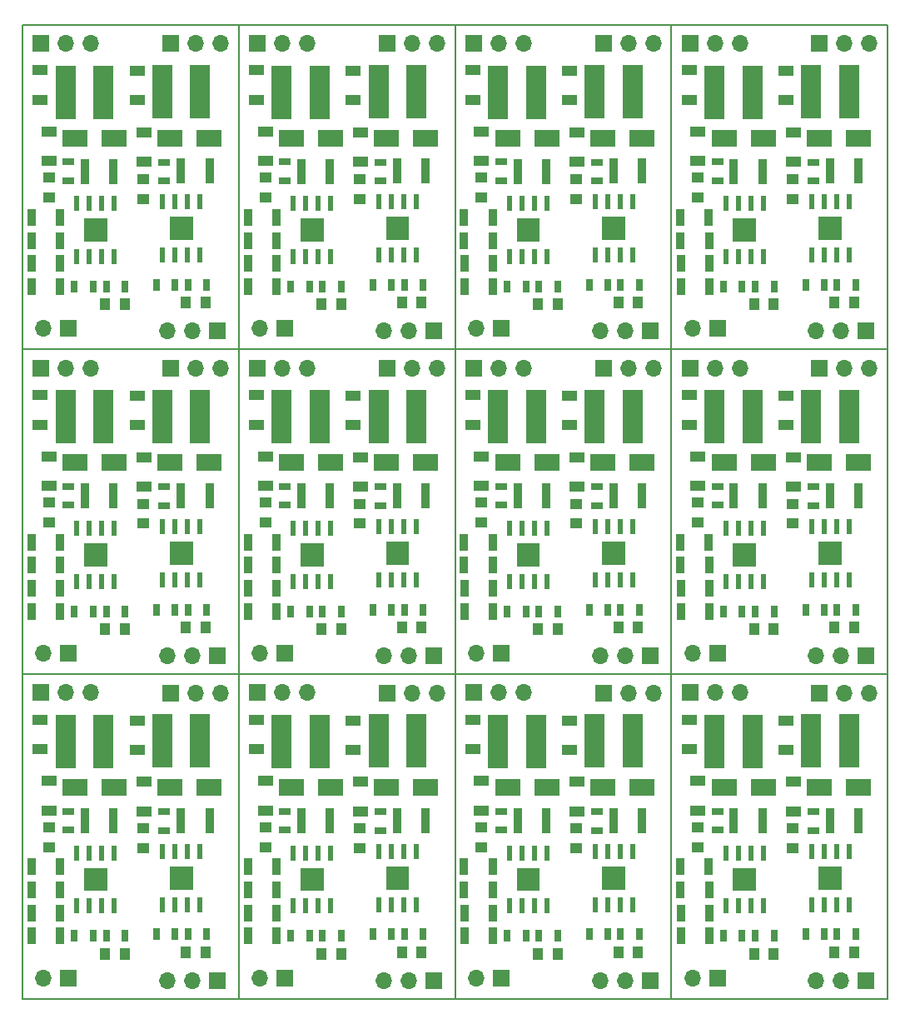
<source format=gts>
G04 #@! TF.FileFunction,Soldermask,Top*
%FSLAX46Y46*%
G04 Gerber Fmt 4.6, Leading zero omitted, Abs format (unit mm)*
G04 Created by KiCad (PCBNEW 4.0.2-stable) date 11/12/2017 10:54:44 AM*
%MOMM*%
G01*
G04 APERTURE LIST*
%ADD10C,0.100000*%
%ADD11C,0.150000*%
%ADD12R,0.900000X1.700000*%
%ADD13R,1.700000X1.700000*%
%ADD14O,1.700000X1.700000*%
%ADD15R,0.700000X1.300000*%
%ADD16R,1.000000X1.250000*%
%ADD17R,1.600000X1.000000*%
%ADD18R,1.250000X1.000000*%
%ADD19R,1.300000X0.700000*%
%ADD20R,2.500000X1.800000*%
%ADD21R,0.900000X2.500000*%
%ADD22R,0.600000X1.550000*%
%ADD23R,1.175000X1.175000*%
%ADD24R,2.150000X5.500000*%
G04 APERTURE END LIST*
D10*
D11*
X102000000Y-111000000D02*
X102000000Y-144000000D01*
X124000000Y-111000000D02*
X124000000Y-144000000D01*
X124000000Y-144000000D02*
X124000000Y-111000000D01*
X124000000Y-144000000D02*
X102000000Y-144000000D01*
X102000000Y-144000000D02*
X80000000Y-144000000D01*
X80000000Y-144000000D02*
X80000000Y-111000000D01*
X102000000Y-144000000D02*
X102000000Y-111000000D01*
X102000000Y-111000000D02*
X124000000Y-111000000D01*
X124000000Y-111000000D02*
X102000000Y-111000000D01*
X80000000Y-111000000D02*
X102000000Y-111000000D01*
X102000000Y-111000000D02*
X80000000Y-111000000D01*
X146000000Y-144000000D02*
X146000000Y-111000000D01*
X146000000Y-144000000D02*
X124000000Y-144000000D01*
X146000000Y-111000000D02*
X146000000Y-144000000D01*
X168000000Y-144000000D02*
X146000000Y-144000000D01*
X168000000Y-111000000D02*
X168000000Y-144000000D01*
X168000000Y-111000000D02*
X146000000Y-111000000D01*
X124000000Y-111000000D02*
X146000000Y-111000000D01*
X146000000Y-111000000D02*
X168000000Y-111000000D01*
X146000000Y-111000000D02*
X124000000Y-111000000D01*
X146000000Y-78000000D02*
X146000000Y-111000000D01*
X168000000Y-111000000D02*
X146000000Y-111000000D01*
X168000000Y-78000000D02*
X168000000Y-111000000D01*
X146000000Y-78000000D02*
X168000000Y-78000000D01*
X124000000Y-111000000D02*
X102000000Y-111000000D01*
X102000000Y-111000000D02*
X80000000Y-111000000D01*
X80000000Y-111000000D02*
X80000000Y-78000000D01*
X80000000Y-78000000D02*
X102000000Y-78000000D01*
X102000000Y-78000000D02*
X102000000Y-111000000D01*
X102000000Y-78000000D02*
X124000000Y-78000000D01*
X102000000Y-111000000D02*
X102000000Y-78000000D01*
X124000000Y-78000000D02*
X146000000Y-78000000D01*
X124000000Y-111000000D02*
X124000000Y-78000000D01*
X146000000Y-111000000D02*
X146000000Y-78000000D01*
X146000000Y-111000000D02*
X124000000Y-111000000D01*
X124000000Y-78000000D02*
X124000000Y-111000000D01*
X146000000Y-78000000D02*
X146000000Y-45000000D01*
X124000000Y-78000000D02*
X124000000Y-45000000D01*
X124000000Y-45000000D02*
X146000000Y-45000000D01*
X146000000Y-45000000D02*
X146000000Y-78000000D01*
X168000000Y-78000000D02*
X146000000Y-78000000D01*
X168000000Y-45000000D02*
X168000000Y-78000000D01*
X146000000Y-45000000D02*
X168000000Y-45000000D01*
X146000000Y-78000000D02*
X124000000Y-78000000D01*
X124000000Y-78000000D02*
X102000000Y-78000000D01*
X102000000Y-78000000D02*
X102000000Y-45000000D01*
X102000000Y-45000000D02*
X124000000Y-45000000D01*
X124000000Y-45000000D02*
X124000000Y-78000000D01*
X80000000Y-78000000D02*
X80000000Y-45000000D01*
X102000000Y-78000000D02*
X80000000Y-78000000D01*
X102000000Y-45000000D02*
X102000000Y-78000000D01*
X80000000Y-45000000D02*
X102000000Y-45000000D01*
D12*
X124937600Y-135293400D03*
X127837600Y-135293400D03*
X127837600Y-137604800D03*
X124937600Y-137604800D03*
D13*
X128673600Y-141857200D03*
D14*
X126133600Y-141857200D03*
D15*
X131188200Y-137604800D03*
X129288200Y-137604800D03*
D16*
X132414000Y-139444200D03*
X134414000Y-139444200D03*
D15*
X132524200Y-137604800D03*
X134424200Y-137604800D03*
D17*
X126692400Y-121856800D03*
X126692400Y-124856800D03*
D18*
X126692400Y-128571800D03*
X126692400Y-126571800D03*
D19*
X128699000Y-126835200D03*
X128699000Y-124935200D03*
D20*
X129340600Y-122517200D03*
X133340600Y-122517200D03*
D18*
X136293600Y-128698800D03*
X136293600Y-126698800D03*
D17*
X136369800Y-121955600D03*
X136369800Y-124955600D03*
D21*
X133247800Y-125909800D03*
X130347800Y-125909800D03*
D12*
X127814400Y-132931200D03*
X124914400Y-132931200D03*
D22*
X129533900Y-134567700D03*
X130803900Y-134567700D03*
X132073900Y-134567700D03*
X133343900Y-134567700D03*
X133343900Y-129167700D03*
X132073900Y-129167700D03*
X130803900Y-129167700D03*
X129533900Y-129167700D03*
D23*
X132026400Y-131280200D03*
X130851400Y-131280200D03*
X132026400Y-132455200D03*
X130851400Y-132455200D03*
D12*
X124912200Y-130594400D03*
X127812200Y-130594400D03*
D22*
X138246100Y-134408700D03*
X139516100Y-134408700D03*
X140786100Y-134408700D03*
X142056100Y-134408700D03*
X142056100Y-129008700D03*
X140786100Y-129008700D03*
X139516100Y-129008700D03*
X138246100Y-129008700D03*
D23*
X140738600Y-131121200D03*
X139563600Y-131121200D03*
X140738600Y-132296200D03*
X139563600Y-132296200D03*
D17*
X125803400Y-118648200D03*
X125803400Y-115648200D03*
D24*
X128374200Y-117858000D03*
X132224200Y-117858000D03*
D13*
X125879600Y-112879600D03*
D14*
X128419600Y-112879600D03*
X130959600Y-112879600D03*
D17*
X135658600Y-118697600D03*
X135658600Y-115697600D03*
D13*
X139062200Y-112905000D03*
D14*
X141602200Y-112905000D03*
X144142200Y-112905000D03*
D24*
X138204000Y-117807200D03*
X142054000Y-117807200D03*
X160204000Y-117807200D03*
X164054000Y-117807200D03*
D13*
X161062200Y-112905000D03*
D14*
X163602200Y-112905000D03*
X166142200Y-112905000D03*
D20*
X160992600Y-122517200D03*
X164992600Y-122517200D03*
D16*
X154414000Y-139444200D03*
X156414000Y-139444200D03*
X162592800Y-139266400D03*
X164592800Y-139266400D03*
D15*
X162830000Y-137437600D03*
X164730000Y-137437600D03*
D13*
X165812000Y-142111200D03*
D14*
X163272000Y-142111200D03*
X160732000Y-142111200D03*
D15*
X161539800Y-137437600D03*
X159639800Y-137437600D03*
X154524200Y-137604800D03*
X156424200Y-137604800D03*
D17*
X158369800Y-121955600D03*
X158369800Y-124955600D03*
D20*
X151340600Y-122517200D03*
X155340600Y-122517200D03*
D24*
X150374200Y-117858000D03*
X154224200Y-117858000D03*
D17*
X157658600Y-118697600D03*
X157658600Y-115697600D03*
X147803400Y-118648200D03*
X147803400Y-115648200D03*
D19*
X160427200Y-126886000D03*
X160427200Y-124986000D03*
D22*
X160246100Y-134408700D03*
X161516100Y-134408700D03*
X162786100Y-134408700D03*
X164056100Y-134408700D03*
X164056100Y-129008700D03*
X162786100Y-129008700D03*
X161516100Y-129008700D03*
X160246100Y-129008700D03*
D23*
X162738600Y-131121200D03*
X161563600Y-131121200D03*
X162738600Y-132296200D03*
X161563600Y-132296200D03*
D18*
X158293600Y-128698800D03*
X158293600Y-126698800D03*
D22*
X151533900Y-134567700D03*
X152803900Y-134567700D03*
X154073900Y-134567700D03*
X155343900Y-134567700D03*
X155343900Y-129167700D03*
X154073900Y-129167700D03*
X152803900Y-129167700D03*
X151533900Y-129167700D03*
D23*
X154026400Y-131280200D03*
X152851400Y-131280200D03*
X154026400Y-132455200D03*
X152851400Y-132455200D03*
D21*
X165026800Y-125884400D03*
X162126800Y-125884400D03*
D13*
X147879600Y-112879600D03*
D14*
X150419600Y-112879600D03*
X152959600Y-112879600D03*
D12*
X149814400Y-132931200D03*
X146914400Y-132931200D03*
X146912200Y-130594400D03*
X149812200Y-130594400D03*
D17*
X148692400Y-121856800D03*
X148692400Y-124856800D03*
D21*
X155247800Y-125909800D03*
X152347800Y-125909800D03*
D19*
X150699000Y-126835200D03*
X150699000Y-124935200D03*
D18*
X148692400Y-128571800D03*
X148692400Y-126571800D03*
D16*
X140592800Y-139266400D03*
X142592800Y-139266400D03*
D15*
X140830000Y-137437600D03*
X142730000Y-137437600D03*
D13*
X143812000Y-142111200D03*
D14*
X141272000Y-142111200D03*
X138732000Y-142111200D03*
D15*
X139539800Y-137437600D03*
X137639800Y-137437600D03*
D19*
X138427200Y-126886000D03*
X138427200Y-124986000D03*
D21*
X143026800Y-125884400D03*
X140126800Y-125884400D03*
D20*
X138992600Y-122517200D03*
X142992600Y-122517200D03*
D12*
X146937600Y-135293400D03*
X149837600Y-135293400D03*
D15*
X153188200Y-137604800D03*
X151288200Y-137604800D03*
D12*
X149837600Y-137604800D03*
X146937600Y-137604800D03*
D13*
X150673600Y-141857200D03*
D14*
X148133600Y-141857200D03*
D15*
X88524200Y-137604800D03*
X90424200Y-137604800D03*
D16*
X88414000Y-139444200D03*
X90414000Y-139444200D03*
D15*
X87188200Y-137604800D03*
X85288200Y-137604800D03*
D12*
X105814400Y-132931200D03*
X102914400Y-132931200D03*
X102912200Y-130594400D03*
X105812200Y-130594400D03*
X105837600Y-137604800D03*
X102937600Y-137604800D03*
X102937600Y-135293400D03*
X105837600Y-135293400D03*
D13*
X106673600Y-141857200D03*
D14*
X104133600Y-141857200D03*
D13*
X99812000Y-142111200D03*
D14*
X97272000Y-142111200D03*
X94732000Y-142111200D03*
D15*
X96830000Y-137437600D03*
X98730000Y-137437600D03*
D16*
X96592800Y-139266400D03*
X98592800Y-139266400D03*
D15*
X95539800Y-137437600D03*
X93639800Y-137437600D03*
D22*
X94246100Y-134408700D03*
X95516100Y-134408700D03*
X96786100Y-134408700D03*
X98056100Y-134408700D03*
X98056100Y-129008700D03*
X96786100Y-129008700D03*
X95516100Y-129008700D03*
X94246100Y-129008700D03*
D23*
X96738600Y-131121200D03*
X95563600Y-131121200D03*
X96738600Y-132296200D03*
X95563600Y-132296200D03*
D13*
X84673600Y-141857200D03*
D14*
X82133600Y-141857200D03*
D12*
X83814400Y-132931200D03*
X80914400Y-132931200D03*
X83837600Y-137604800D03*
X80937600Y-137604800D03*
X80937600Y-135293400D03*
X83837600Y-135293400D03*
D20*
X107340600Y-122517200D03*
X111340600Y-122517200D03*
D24*
X106374200Y-117858000D03*
X110224200Y-117858000D03*
D17*
X114369800Y-121955600D03*
X114369800Y-124955600D03*
D21*
X121026800Y-125884400D03*
X118126800Y-125884400D03*
D19*
X116427200Y-126886000D03*
X116427200Y-124986000D03*
D13*
X117062200Y-112905000D03*
D14*
X119602200Y-112905000D03*
X122142200Y-112905000D03*
D24*
X116204000Y-117807200D03*
X120054000Y-117807200D03*
D20*
X116992600Y-122517200D03*
X120992600Y-122517200D03*
D17*
X113658600Y-118697600D03*
X113658600Y-115697600D03*
D15*
X109188200Y-137604800D03*
X107288200Y-137604800D03*
D16*
X110414000Y-139444200D03*
X112414000Y-139444200D03*
D15*
X110524200Y-137604800D03*
X112424200Y-137604800D03*
X118830000Y-137437600D03*
X120730000Y-137437600D03*
X117539800Y-137437600D03*
X115639800Y-137437600D03*
D16*
X118592800Y-139266400D03*
X120592800Y-139266400D03*
D13*
X121812000Y-142111200D03*
D14*
X119272000Y-142111200D03*
X116732000Y-142111200D03*
D18*
X114293600Y-128698800D03*
X114293600Y-126698800D03*
D22*
X107533900Y-134567700D03*
X108803900Y-134567700D03*
X110073900Y-134567700D03*
X111343900Y-134567700D03*
X111343900Y-129167700D03*
X110073900Y-129167700D03*
X108803900Y-129167700D03*
X107533900Y-129167700D03*
D23*
X110026400Y-131280200D03*
X108851400Y-131280200D03*
X110026400Y-132455200D03*
X108851400Y-132455200D03*
D21*
X111247800Y-125909800D03*
X108347800Y-125909800D03*
D22*
X116246100Y-134408700D03*
X117516100Y-134408700D03*
X118786100Y-134408700D03*
X120056100Y-134408700D03*
X120056100Y-129008700D03*
X118786100Y-129008700D03*
X117516100Y-129008700D03*
X116246100Y-129008700D03*
D23*
X118738600Y-131121200D03*
X117563600Y-131121200D03*
X118738600Y-132296200D03*
X117563600Y-132296200D03*
D13*
X103879600Y-112879600D03*
D14*
X106419600Y-112879600D03*
X108959600Y-112879600D03*
D17*
X91658600Y-118697600D03*
X91658600Y-115697600D03*
X92369800Y-121955600D03*
X92369800Y-124955600D03*
D13*
X95062200Y-112905000D03*
D14*
X97602200Y-112905000D03*
X100142200Y-112905000D03*
D20*
X94992600Y-122517200D03*
X98992600Y-122517200D03*
D21*
X99026800Y-125884400D03*
X96126800Y-125884400D03*
D19*
X94427200Y-126886000D03*
X94427200Y-124986000D03*
D18*
X92293600Y-128698800D03*
X92293600Y-126698800D03*
D24*
X94204000Y-117807200D03*
X98054000Y-117807200D03*
D20*
X85340600Y-122517200D03*
X89340600Y-122517200D03*
D24*
X84374200Y-117858000D03*
X88224200Y-117858000D03*
D21*
X89247800Y-125909800D03*
X86347800Y-125909800D03*
D19*
X84699000Y-126835200D03*
X84699000Y-124935200D03*
D17*
X82692400Y-121856800D03*
X82692400Y-124856800D03*
D13*
X81879600Y-112879600D03*
D14*
X84419600Y-112879600D03*
X86959600Y-112879600D03*
D17*
X81803400Y-118648200D03*
X81803400Y-115648200D03*
D18*
X82692400Y-128571800D03*
X82692400Y-126571800D03*
D12*
X80912200Y-130594400D03*
X83812200Y-130594400D03*
D22*
X85533900Y-134567700D03*
X86803900Y-134567700D03*
X88073900Y-134567700D03*
X89343900Y-134567700D03*
X89343900Y-129167700D03*
X88073900Y-129167700D03*
X86803900Y-129167700D03*
X85533900Y-129167700D03*
D23*
X88026400Y-131280200D03*
X86851400Y-131280200D03*
X88026400Y-132455200D03*
X86851400Y-132455200D03*
D18*
X104692400Y-128571800D03*
X104692400Y-126571800D03*
D19*
X106699000Y-126835200D03*
X106699000Y-124935200D03*
D17*
X104692400Y-121856800D03*
X104692400Y-124856800D03*
X103803400Y-118648200D03*
X103803400Y-115648200D03*
D15*
X139539800Y-104437600D03*
X137639800Y-104437600D03*
D13*
X143812000Y-109111200D03*
D14*
X141272000Y-109111200D03*
X138732000Y-109111200D03*
D15*
X140830000Y-104437600D03*
X142730000Y-104437600D03*
D16*
X140592800Y-106266400D03*
X142592800Y-106266400D03*
D20*
X138992600Y-89517200D03*
X142992600Y-89517200D03*
D19*
X138427200Y-93886000D03*
X138427200Y-91986000D03*
D13*
X139062200Y-79905000D03*
D14*
X141602200Y-79905000D03*
X144142200Y-79905000D03*
D21*
X143026800Y-92884400D03*
X140126800Y-92884400D03*
D24*
X138204000Y-84807200D03*
X142054000Y-84807200D03*
D13*
X128673600Y-108857200D03*
D14*
X126133600Y-108857200D03*
D12*
X127814400Y-99931200D03*
X124914400Y-99931200D03*
D15*
X132524200Y-104604800D03*
X134424200Y-104604800D03*
D16*
X132414000Y-106444200D03*
X134414000Y-106444200D03*
D15*
X131188200Y-104604800D03*
X129288200Y-104604800D03*
D12*
X124937600Y-102293400D03*
X127837600Y-102293400D03*
X127837600Y-104604800D03*
X124937600Y-104604800D03*
D17*
X136369800Y-88955600D03*
X136369800Y-91955600D03*
D21*
X133247800Y-92909800D03*
X130347800Y-92909800D03*
D19*
X128699000Y-93835200D03*
X128699000Y-91935200D03*
D17*
X135658600Y-85697600D03*
X135658600Y-82697600D03*
X126692400Y-88856800D03*
X126692400Y-91856800D03*
D24*
X128374200Y-84858000D03*
X132224200Y-84858000D03*
D20*
X129340600Y-89517200D03*
X133340600Y-89517200D03*
D22*
X138246100Y-101408700D03*
X139516100Y-101408700D03*
X140786100Y-101408700D03*
X142056100Y-101408700D03*
X142056100Y-96008700D03*
X140786100Y-96008700D03*
X139516100Y-96008700D03*
X138246100Y-96008700D03*
D23*
X140738600Y-98121200D03*
X139563600Y-98121200D03*
X140738600Y-99296200D03*
X139563600Y-99296200D03*
D22*
X129533900Y-101567700D03*
X130803900Y-101567700D03*
X132073900Y-101567700D03*
X133343900Y-101567700D03*
X133343900Y-96167700D03*
X132073900Y-96167700D03*
X130803900Y-96167700D03*
X129533900Y-96167700D03*
D23*
X132026400Y-98280200D03*
X130851400Y-98280200D03*
X132026400Y-99455200D03*
X130851400Y-99455200D03*
D18*
X136293600Y-95698800D03*
X136293600Y-93698800D03*
X126692400Y-95571800D03*
X126692400Y-93571800D03*
D12*
X124912200Y-97594400D03*
X127812200Y-97594400D03*
D17*
X113658600Y-85697600D03*
X113658600Y-82697600D03*
D13*
X125879600Y-79879600D03*
D14*
X128419600Y-79879600D03*
X130959600Y-79879600D03*
D17*
X125803400Y-85648200D03*
X125803400Y-82648200D03*
D13*
X117062200Y-79905000D03*
D14*
X119602200Y-79905000D03*
X122142200Y-79905000D03*
D24*
X116204000Y-84807200D03*
X120054000Y-84807200D03*
D12*
X146937600Y-102293400D03*
X149837600Y-102293400D03*
X146912200Y-97594400D03*
X149812200Y-97594400D03*
X149814400Y-99931200D03*
X146914400Y-99931200D03*
X149837600Y-104604800D03*
X146937600Y-104604800D03*
D13*
X150673600Y-108857200D03*
D14*
X148133600Y-108857200D03*
D15*
X154524200Y-104604800D03*
X156424200Y-104604800D03*
X153188200Y-104604800D03*
X151288200Y-104604800D03*
D16*
X154414000Y-106444200D03*
X156414000Y-106444200D03*
D15*
X162830000Y-104437600D03*
X164730000Y-104437600D03*
D13*
X165812000Y-109111200D03*
D14*
X163272000Y-109111200D03*
X160732000Y-109111200D03*
D16*
X162592800Y-106266400D03*
X164592800Y-106266400D03*
D15*
X161539800Y-104437600D03*
X159639800Y-104437600D03*
D17*
X147803400Y-85648200D03*
X147803400Y-82648200D03*
D13*
X147879600Y-79879600D03*
D14*
X150419600Y-79879600D03*
X152959600Y-79879600D03*
D24*
X150374200Y-84858000D03*
X154224200Y-84858000D03*
D18*
X148692400Y-95571800D03*
X148692400Y-93571800D03*
D19*
X150699000Y-93835200D03*
X150699000Y-91935200D03*
D17*
X148692400Y-88856800D03*
X148692400Y-91856800D03*
D21*
X155247800Y-92909800D03*
X152347800Y-92909800D03*
D20*
X151340600Y-89517200D03*
X155340600Y-89517200D03*
D17*
X157658600Y-85697600D03*
X157658600Y-82697600D03*
D13*
X161062200Y-79905000D03*
D14*
X163602200Y-79905000D03*
X166142200Y-79905000D03*
D20*
X160992600Y-89517200D03*
X164992600Y-89517200D03*
D19*
X160427200Y-93886000D03*
X160427200Y-91986000D03*
D24*
X160204000Y-84807200D03*
X164054000Y-84807200D03*
D17*
X158369800Y-88955600D03*
X158369800Y-91955600D03*
D21*
X165026800Y-92884400D03*
X162126800Y-92884400D03*
D22*
X151533900Y-101567700D03*
X152803900Y-101567700D03*
X154073900Y-101567700D03*
X155343900Y-101567700D03*
X155343900Y-96167700D03*
X154073900Y-96167700D03*
X152803900Y-96167700D03*
X151533900Y-96167700D03*
D23*
X154026400Y-98280200D03*
X152851400Y-98280200D03*
X154026400Y-99455200D03*
X152851400Y-99455200D03*
D18*
X158293600Y-95698800D03*
X158293600Y-93698800D03*
D22*
X160246100Y-101408700D03*
X161516100Y-101408700D03*
X162786100Y-101408700D03*
X164056100Y-101408700D03*
X164056100Y-96008700D03*
X162786100Y-96008700D03*
X161516100Y-96008700D03*
X160246100Y-96008700D03*
D23*
X162738600Y-98121200D03*
X161563600Y-98121200D03*
X162738600Y-99296200D03*
X161563600Y-99296200D03*
D24*
X94204000Y-84807200D03*
X98054000Y-84807200D03*
D20*
X94992600Y-89517200D03*
X98992600Y-89517200D03*
D13*
X95062200Y-79905000D03*
D14*
X97602200Y-79905000D03*
X100142200Y-79905000D03*
D17*
X103803400Y-85648200D03*
X103803400Y-82648200D03*
D13*
X103879600Y-79879600D03*
D14*
X106419600Y-79879600D03*
X108959600Y-79879600D03*
D24*
X106374200Y-84858000D03*
X110224200Y-84858000D03*
D20*
X107340600Y-89517200D03*
X111340600Y-89517200D03*
D17*
X104692400Y-88856800D03*
X104692400Y-91856800D03*
D19*
X106699000Y-93835200D03*
X106699000Y-91935200D03*
D21*
X111247800Y-92909800D03*
X108347800Y-92909800D03*
D18*
X92293600Y-95698800D03*
X92293600Y-93698800D03*
D19*
X94427200Y-93886000D03*
X94427200Y-91986000D03*
D21*
X99026800Y-92884400D03*
X96126800Y-92884400D03*
D22*
X94246100Y-101408700D03*
X95516100Y-101408700D03*
X96786100Y-101408700D03*
X98056100Y-101408700D03*
X98056100Y-96008700D03*
X96786100Y-96008700D03*
X95516100Y-96008700D03*
X94246100Y-96008700D03*
D23*
X96738600Y-98121200D03*
X95563600Y-98121200D03*
X96738600Y-99296200D03*
X95563600Y-99296200D03*
D12*
X105814400Y-99931200D03*
X102914400Y-99931200D03*
X102912200Y-97594400D03*
X105812200Y-97594400D03*
D18*
X104692400Y-95571800D03*
X104692400Y-93571800D03*
D20*
X116992600Y-89517200D03*
X120992600Y-89517200D03*
D21*
X121026800Y-92884400D03*
X118126800Y-92884400D03*
D17*
X114369800Y-88955600D03*
X114369800Y-91955600D03*
D18*
X114293600Y-95698800D03*
X114293600Y-93698800D03*
D19*
X116427200Y-93886000D03*
X116427200Y-91986000D03*
D22*
X107533900Y-101567700D03*
X108803900Y-101567700D03*
X110073900Y-101567700D03*
X111343900Y-101567700D03*
X111343900Y-96167700D03*
X110073900Y-96167700D03*
X108803900Y-96167700D03*
X107533900Y-96167700D03*
D23*
X110026400Y-98280200D03*
X108851400Y-98280200D03*
X110026400Y-99455200D03*
X108851400Y-99455200D03*
D22*
X116246100Y-101408700D03*
X117516100Y-101408700D03*
X118786100Y-101408700D03*
X120056100Y-101408700D03*
X120056100Y-96008700D03*
X118786100Y-96008700D03*
X117516100Y-96008700D03*
X116246100Y-96008700D03*
D23*
X118738600Y-98121200D03*
X117563600Y-98121200D03*
X118738600Y-99296200D03*
X117563600Y-99296200D03*
D12*
X105837600Y-104604800D03*
X102937600Y-104604800D03*
X102937600Y-102293400D03*
X105837600Y-102293400D03*
D15*
X110524200Y-104604800D03*
X112424200Y-104604800D03*
D16*
X110414000Y-106444200D03*
X112414000Y-106444200D03*
D13*
X106673600Y-108857200D03*
D14*
X104133600Y-108857200D03*
D15*
X109188200Y-104604800D03*
X107288200Y-104604800D03*
D13*
X99812000Y-109111200D03*
D14*
X97272000Y-109111200D03*
X94732000Y-109111200D03*
D16*
X96592800Y-106266400D03*
X98592800Y-106266400D03*
D15*
X95539800Y-104437600D03*
X93639800Y-104437600D03*
X96830000Y-104437600D03*
X98730000Y-104437600D03*
D16*
X118592800Y-106266400D03*
X120592800Y-106266400D03*
D15*
X117539800Y-104437600D03*
X115639800Y-104437600D03*
X118830000Y-104437600D03*
X120730000Y-104437600D03*
D13*
X121812000Y-109111200D03*
D14*
X119272000Y-109111200D03*
X116732000Y-109111200D03*
D22*
X85533900Y-101567700D03*
X86803900Y-101567700D03*
X88073900Y-101567700D03*
X89343900Y-101567700D03*
X89343900Y-96167700D03*
X88073900Y-96167700D03*
X86803900Y-96167700D03*
X85533900Y-96167700D03*
D23*
X88026400Y-98280200D03*
X86851400Y-98280200D03*
X88026400Y-99455200D03*
X86851400Y-99455200D03*
D17*
X81803400Y-85648200D03*
X81803400Y-82648200D03*
D24*
X84374200Y-84858000D03*
X88224200Y-84858000D03*
D13*
X81879600Y-79879600D03*
D14*
X84419600Y-79879600D03*
X86959600Y-79879600D03*
D17*
X91658600Y-85697600D03*
X91658600Y-82697600D03*
X92369800Y-88955600D03*
X92369800Y-91955600D03*
D21*
X89247800Y-92909800D03*
X86347800Y-92909800D03*
D19*
X84699000Y-93835200D03*
X84699000Y-91935200D03*
D12*
X80912200Y-97594400D03*
X83812200Y-97594400D03*
D18*
X82692400Y-95571800D03*
X82692400Y-93571800D03*
D17*
X82692400Y-88856800D03*
X82692400Y-91856800D03*
D20*
X85340600Y-89517200D03*
X89340600Y-89517200D03*
D16*
X88414000Y-106444200D03*
X90414000Y-106444200D03*
D15*
X88524200Y-104604800D03*
X90424200Y-104604800D03*
D12*
X83837600Y-104604800D03*
X80937600Y-104604800D03*
X80937600Y-102293400D03*
X83837600Y-102293400D03*
X83814400Y-99931200D03*
X80914400Y-99931200D03*
D15*
X87188200Y-104604800D03*
X85288200Y-104604800D03*
D13*
X84673600Y-108857200D03*
D14*
X82133600Y-108857200D03*
D22*
X151533900Y-68567700D03*
X152803900Y-68567700D03*
X154073900Y-68567700D03*
X155343900Y-68567700D03*
X155343900Y-63167700D03*
X154073900Y-63167700D03*
X152803900Y-63167700D03*
X151533900Y-63167700D03*
D23*
X154026400Y-65280200D03*
X152851400Y-65280200D03*
X154026400Y-66455200D03*
X152851400Y-66455200D03*
D15*
X153188200Y-71604800D03*
X151288200Y-71604800D03*
D12*
X149837600Y-71604800D03*
X146937600Y-71604800D03*
D13*
X150673600Y-75857200D03*
D14*
X148133600Y-75857200D03*
D12*
X146937600Y-69293400D03*
X149837600Y-69293400D03*
X149814400Y-66931200D03*
X146914400Y-66931200D03*
D15*
X140830000Y-71437600D03*
X142730000Y-71437600D03*
D13*
X143812000Y-76111200D03*
D14*
X141272000Y-76111200D03*
X138732000Y-76111200D03*
D15*
X139539800Y-71437600D03*
X137639800Y-71437600D03*
D16*
X140592800Y-73266400D03*
X142592800Y-73266400D03*
D15*
X161539800Y-71437600D03*
X159639800Y-71437600D03*
D16*
X154414000Y-73444200D03*
X156414000Y-73444200D03*
D13*
X165812000Y-76111200D03*
D14*
X163272000Y-76111200D03*
X160732000Y-76111200D03*
D15*
X162830000Y-71437600D03*
X164730000Y-71437600D03*
D16*
X162592800Y-73266400D03*
X164592800Y-73266400D03*
D15*
X154524200Y-71604800D03*
X156424200Y-71604800D03*
D22*
X138246100Y-68408700D03*
X139516100Y-68408700D03*
X140786100Y-68408700D03*
X142056100Y-68408700D03*
X142056100Y-63008700D03*
X140786100Y-63008700D03*
X139516100Y-63008700D03*
X138246100Y-63008700D03*
D23*
X140738600Y-65121200D03*
X139563600Y-65121200D03*
X140738600Y-66296200D03*
X139563600Y-66296200D03*
D24*
X138204000Y-51807200D03*
X142054000Y-51807200D03*
D17*
X136369800Y-55955600D03*
X136369800Y-58955600D03*
D19*
X138427200Y-60886000D03*
X138427200Y-58986000D03*
D18*
X136293600Y-62698800D03*
X136293600Y-60698800D03*
D13*
X139062200Y-46905000D03*
D14*
X141602200Y-46905000D03*
X144142200Y-46905000D03*
D20*
X138992600Y-56517200D03*
X142992600Y-56517200D03*
D21*
X143026800Y-59884400D03*
X140126800Y-59884400D03*
D22*
X160246100Y-68408700D03*
X161516100Y-68408700D03*
X162786100Y-68408700D03*
X164056100Y-68408700D03*
X164056100Y-63008700D03*
X162786100Y-63008700D03*
X161516100Y-63008700D03*
X160246100Y-63008700D03*
D23*
X162738600Y-65121200D03*
X161563600Y-65121200D03*
X162738600Y-66296200D03*
X161563600Y-66296200D03*
D17*
X157658600Y-52697600D03*
X157658600Y-49697600D03*
X158369800Y-55955600D03*
X158369800Y-58955600D03*
D24*
X160204000Y-51807200D03*
X164054000Y-51807200D03*
D13*
X161062200Y-46905000D03*
D14*
X163602200Y-46905000D03*
X166142200Y-46905000D03*
D20*
X160992600Y-56517200D03*
X164992600Y-56517200D03*
D19*
X160427200Y-60886000D03*
X160427200Y-58986000D03*
D18*
X158293600Y-62698800D03*
X158293600Y-60698800D03*
D21*
X165026800Y-59884400D03*
X162126800Y-59884400D03*
D17*
X147803400Y-52648200D03*
X147803400Y-49648200D03*
D13*
X147879600Y-46879600D03*
D14*
X150419600Y-46879600D03*
X152959600Y-46879600D03*
D24*
X150374200Y-51858000D03*
X154224200Y-51858000D03*
D20*
X151340600Y-56517200D03*
X155340600Y-56517200D03*
D17*
X148692400Y-55856800D03*
X148692400Y-58856800D03*
D21*
X155247800Y-59909800D03*
X152347800Y-59909800D03*
D19*
X150699000Y-60835200D03*
X150699000Y-58935200D03*
D12*
X146912200Y-64594400D03*
X149812200Y-64594400D03*
D18*
X148692400Y-62571800D03*
X148692400Y-60571800D03*
D15*
X132524200Y-71604800D03*
X134424200Y-71604800D03*
D16*
X132414000Y-73444200D03*
X134414000Y-73444200D03*
D13*
X128673600Y-75857200D03*
D14*
X126133600Y-75857200D03*
D15*
X131188200Y-71604800D03*
X129288200Y-71604800D03*
D12*
X127837600Y-71604800D03*
X124937600Y-71604800D03*
X124937600Y-69293400D03*
X127837600Y-69293400D03*
D17*
X135658600Y-52697600D03*
X135658600Y-49697600D03*
D13*
X125879600Y-46879600D03*
D14*
X128419600Y-46879600D03*
X130959600Y-46879600D03*
D24*
X128374200Y-51858000D03*
X132224200Y-51858000D03*
D17*
X125803400Y-52648200D03*
X125803400Y-49648200D03*
D12*
X124912200Y-64594400D03*
X127812200Y-64594400D03*
X127814400Y-66931200D03*
X124914400Y-66931200D03*
D18*
X126692400Y-62571800D03*
X126692400Y-60571800D03*
D19*
X128699000Y-60835200D03*
X128699000Y-58935200D03*
D20*
X129340600Y-56517200D03*
X133340600Y-56517200D03*
D21*
X133247800Y-59909800D03*
X130347800Y-59909800D03*
D17*
X126692400Y-55856800D03*
X126692400Y-58856800D03*
D22*
X129533900Y-68567700D03*
X130803900Y-68567700D03*
X132073900Y-68567700D03*
X133343900Y-68567700D03*
X133343900Y-63167700D03*
X132073900Y-63167700D03*
X130803900Y-63167700D03*
X129533900Y-63167700D03*
D23*
X132026400Y-65280200D03*
X130851400Y-65280200D03*
X132026400Y-66455200D03*
X130851400Y-66455200D03*
D16*
X118592800Y-73266400D03*
X120592800Y-73266400D03*
D13*
X121812000Y-76111200D03*
D14*
X119272000Y-76111200D03*
X116732000Y-76111200D03*
D15*
X118830000Y-71437600D03*
X120730000Y-71437600D03*
X117539800Y-71437600D03*
X115639800Y-71437600D03*
D18*
X104692400Y-62571800D03*
X104692400Y-60571800D03*
D22*
X107533900Y-68567700D03*
X108803900Y-68567700D03*
X110073900Y-68567700D03*
X111343900Y-68567700D03*
X111343900Y-63167700D03*
X110073900Y-63167700D03*
X108803900Y-63167700D03*
X107533900Y-63167700D03*
D23*
X110026400Y-65280200D03*
X108851400Y-65280200D03*
X110026400Y-66455200D03*
X108851400Y-66455200D03*
D12*
X102912200Y-64594400D03*
X105812200Y-64594400D03*
X102937600Y-69293400D03*
X105837600Y-69293400D03*
X105814400Y-66931200D03*
X102914400Y-66931200D03*
D16*
X110414000Y-73444200D03*
X112414000Y-73444200D03*
D15*
X110524200Y-71604800D03*
X112424200Y-71604800D03*
D12*
X105837600Y-71604800D03*
X102937600Y-71604800D03*
D15*
X109188200Y-71604800D03*
X107288200Y-71604800D03*
D13*
X106673600Y-75857200D03*
D14*
X104133600Y-75857200D03*
D17*
X113658600Y-52697600D03*
X113658600Y-49697600D03*
D20*
X116992600Y-56517200D03*
X120992600Y-56517200D03*
D13*
X117062200Y-46905000D03*
D14*
X119602200Y-46905000D03*
X122142200Y-46905000D03*
D24*
X116204000Y-51807200D03*
X120054000Y-51807200D03*
D17*
X114369800Y-55955600D03*
X114369800Y-58955600D03*
D21*
X121026800Y-59884400D03*
X118126800Y-59884400D03*
D19*
X116427200Y-60886000D03*
X116427200Y-58986000D03*
D22*
X116246100Y-68408700D03*
X117516100Y-68408700D03*
X118786100Y-68408700D03*
X120056100Y-68408700D03*
X120056100Y-63008700D03*
X118786100Y-63008700D03*
X117516100Y-63008700D03*
X116246100Y-63008700D03*
D23*
X118738600Y-65121200D03*
X117563600Y-65121200D03*
X118738600Y-66296200D03*
X117563600Y-66296200D03*
D18*
X114293600Y-62698800D03*
X114293600Y-60698800D03*
D17*
X103803400Y-52648200D03*
X103803400Y-49648200D03*
D24*
X106374200Y-51858000D03*
X110224200Y-51858000D03*
D17*
X104692400Y-55856800D03*
X104692400Y-58856800D03*
D20*
X107340600Y-56517200D03*
X111340600Y-56517200D03*
D19*
X106699000Y-60835200D03*
X106699000Y-58935200D03*
D13*
X103879600Y-46879600D03*
D14*
X106419600Y-46879600D03*
X108959600Y-46879600D03*
D21*
X111247800Y-59909800D03*
X108347800Y-59909800D03*
D17*
X92369800Y-55955600D03*
X92369800Y-58955600D03*
X82692400Y-55856800D03*
X82692400Y-58856800D03*
D24*
X84374200Y-51858000D03*
X88224200Y-51858000D03*
X94204000Y-51807200D03*
X98054000Y-51807200D03*
D13*
X84673600Y-75857200D03*
D14*
X82133600Y-75857200D03*
D13*
X81879600Y-46879600D03*
D14*
X84419600Y-46879600D03*
X86959600Y-46879600D03*
D13*
X99812000Y-76111200D03*
D14*
X97272000Y-76111200D03*
X94732000Y-76111200D03*
D13*
X95062200Y-46905000D03*
D14*
X97602200Y-46905000D03*
X100142200Y-46905000D03*
D15*
X87188200Y-71604800D03*
X85288200Y-71604800D03*
D19*
X84699000Y-60835200D03*
X84699000Y-58935200D03*
D15*
X96830000Y-71437600D03*
X98730000Y-71437600D03*
X88524200Y-71604800D03*
X90424200Y-71604800D03*
X95539800Y-71437600D03*
X93639800Y-71437600D03*
D19*
X94427200Y-60886000D03*
X94427200Y-58986000D03*
D12*
X83837600Y-71604800D03*
X80937600Y-71604800D03*
X80937600Y-69293400D03*
X83837600Y-69293400D03*
X83814400Y-66931200D03*
X80914400Y-66931200D03*
X80912200Y-64594400D03*
X83812200Y-64594400D03*
D22*
X85533900Y-68567700D03*
X86803900Y-68567700D03*
X88073900Y-68567700D03*
X89343900Y-68567700D03*
X89343900Y-63167700D03*
X88073900Y-63167700D03*
X86803900Y-63167700D03*
X85533900Y-63167700D03*
D23*
X88026400Y-65280200D03*
X86851400Y-65280200D03*
X88026400Y-66455200D03*
X86851400Y-66455200D03*
D22*
X94246100Y-68408700D03*
X95516100Y-68408700D03*
X96786100Y-68408700D03*
X98056100Y-68408700D03*
X98056100Y-63008700D03*
X96786100Y-63008700D03*
X95516100Y-63008700D03*
X94246100Y-63008700D03*
D23*
X96738600Y-65121200D03*
X95563600Y-65121200D03*
X96738600Y-66296200D03*
X95563600Y-66296200D03*
D20*
X85340600Y-56517200D03*
X89340600Y-56517200D03*
X94992600Y-56517200D03*
X98992600Y-56517200D03*
D18*
X92293600Y-62698800D03*
X92293600Y-60698800D03*
X82692400Y-62571800D03*
X82692400Y-60571800D03*
D16*
X96592800Y-73266400D03*
X98592800Y-73266400D03*
X88414000Y-73444200D03*
X90414000Y-73444200D03*
D21*
X89247800Y-59909800D03*
X86347800Y-59909800D03*
X99026800Y-59884400D03*
X96126800Y-59884400D03*
D17*
X81803400Y-52648200D03*
X81803400Y-49648200D03*
X91658600Y-52697600D03*
X91658600Y-49697600D03*
M02*

</source>
